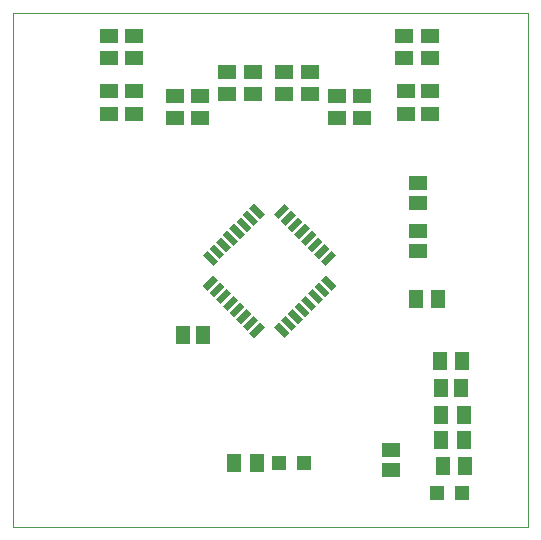
<source format=gtp>
G75*
%MOIN*%
%OFA0B0*%
%FSLAX25Y25*%
%IPPOS*%
%LPD*%
%AMOC8*
5,1,8,0,0,1.08239X$1,22.5*
%
%ADD10C,0.00000*%
%ADD11R,0.05906X0.05118*%
%ADD12R,0.05118X0.05906*%
%ADD13R,0.04724X0.04724*%
%ADD14R,0.05000X0.02200*%
%ADD15R,0.02200X0.05000*%
%ADD16R,0.05118X0.06299*%
%ADD17R,0.06299X0.05118*%
D10*
X0001800Y0001800D02*
X0001800Y0173261D01*
X0173501Y0173261D01*
X0173501Y0001800D01*
X0001800Y0001800D01*
D11*
X0127800Y0020954D03*
X0127800Y0027646D03*
X0136800Y0093954D03*
X0136800Y0100646D03*
X0136800Y0109954D03*
X0136800Y0116646D03*
D12*
X0144454Y0048300D03*
X0151146Y0048300D03*
X0065146Y0065800D03*
X0058454Y0065800D03*
D13*
X0090666Y0023300D03*
X0098934Y0023300D03*
X0143166Y0013300D03*
X0151434Y0013300D03*
D14*
G36*
X0080600Y0066566D02*
X0084134Y0070100D01*
X0085690Y0068544D01*
X0082156Y0065010D01*
X0080600Y0066566D01*
G37*
G36*
X0078373Y0068793D02*
X0081907Y0072327D01*
X0083463Y0070771D01*
X0079929Y0067237D01*
X0078373Y0068793D01*
G37*
G36*
X0076146Y0071020D02*
X0079680Y0074554D01*
X0081236Y0072998D01*
X0077702Y0069464D01*
X0076146Y0071020D01*
G37*
G36*
X0073918Y0073247D02*
X0077452Y0076781D01*
X0079008Y0075225D01*
X0075474Y0071691D01*
X0073918Y0073247D01*
G37*
G36*
X0071691Y0075474D02*
X0075225Y0079008D01*
X0076781Y0077452D01*
X0073247Y0073918D01*
X0071691Y0075474D01*
G37*
G36*
X0069464Y0077702D02*
X0072998Y0081236D01*
X0074554Y0079680D01*
X0071020Y0076146D01*
X0069464Y0077702D01*
G37*
G36*
X0067237Y0079929D02*
X0070771Y0083463D01*
X0072327Y0081907D01*
X0068793Y0078373D01*
X0067237Y0079929D01*
G37*
G36*
X0065010Y0082156D02*
X0068544Y0085690D01*
X0070100Y0084134D01*
X0066566Y0080600D01*
X0065010Y0082156D01*
G37*
G36*
X0088910Y0106056D02*
X0092444Y0109590D01*
X0094000Y0108034D01*
X0090466Y0104500D01*
X0088910Y0106056D01*
G37*
G36*
X0091137Y0103829D02*
X0094671Y0107363D01*
X0096227Y0105807D01*
X0092693Y0102273D01*
X0091137Y0103829D01*
G37*
G36*
X0093364Y0101602D02*
X0096898Y0105136D01*
X0098454Y0103580D01*
X0094920Y0100046D01*
X0093364Y0101602D01*
G37*
G36*
X0095592Y0099375D02*
X0099126Y0102909D01*
X0100682Y0101353D01*
X0097148Y0097819D01*
X0095592Y0099375D01*
G37*
G36*
X0097819Y0097148D02*
X0101353Y0100682D01*
X0102909Y0099126D01*
X0099375Y0095592D01*
X0097819Y0097148D01*
G37*
G36*
X0100046Y0094920D02*
X0103580Y0098454D01*
X0105136Y0096898D01*
X0101602Y0093364D01*
X0100046Y0094920D01*
G37*
G36*
X0102273Y0092693D02*
X0105807Y0096227D01*
X0107363Y0094671D01*
X0103829Y0091137D01*
X0102273Y0092693D01*
G37*
G36*
X0104500Y0090466D02*
X0108034Y0094000D01*
X0109590Y0092444D01*
X0106056Y0088910D01*
X0104500Y0090466D01*
G37*
D15*
G36*
X0104500Y0084134D02*
X0106056Y0085690D01*
X0109590Y0082156D01*
X0108034Y0080600D01*
X0104500Y0084134D01*
G37*
G36*
X0102273Y0081907D02*
X0103829Y0083463D01*
X0107363Y0079929D01*
X0105807Y0078373D01*
X0102273Y0081907D01*
G37*
G36*
X0100046Y0079680D02*
X0101602Y0081236D01*
X0105136Y0077702D01*
X0103580Y0076146D01*
X0100046Y0079680D01*
G37*
G36*
X0097819Y0077452D02*
X0099375Y0079008D01*
X0102909Y0075474D01*
X0101353Y0073918D01*
X0097819Y0077452D01*
G37*
G36*
X0095592Y0075225D02*
X0097148Y0076781D01*
X0100682Y0073247D01*
X0099126Y0071691D01*
X0095592Y0075225D01*
G37*
G36*
X0093364Y0072998D02*
X0094920Y0074554D01*
X0098454Y0071020D01*
X0096898Y0069464D01*
X0093364Y0072998D01*
G37*
G36*
X0091137Y0070771D02*
X0092693Y0072327D01*
X0096227Y0068793D01*
X0094671Y0067237D01*
X0091137Y0070771D01*
G37*
G36*
X0088910Y0068544D02*
X0090466Y0070100D01*
X0094000Y0066566D01*
X0092444Y0065010D01*
X0088910Y0068544D01*
G37*
G36*
X0065010Y0092444D02*
X0066566Y0094000D01*
X0070100Y0090466D01*
X0068544Y0088910D01*
X0065010Y0092444D01*
G37*
G36*
X0067237Y0094671D02*
X0068793Y0096227D01*
X0072327Y0092693D01*
X0070771Y0091137D01*
X0067237Y0094671D01*
G37*
G36*
X0069464Y0096898D02*
X0071020Y0098454D01*
X0074554Y0094920D01*
X0072998Y0093364D01*
X0069464Y0096898D01*
G37*
G36*
X0071691Y0099126D02*
X0073247Y0100682D01*
X0076781Y0097148D01*
X0075225Y0095592D01*
X0071691Y0099126D01*
G37*
G36*
X0073918Y0101353D02*
X0075474Y0102909D01*
X0079008Y0099375D01*
X0077452Y0097819D01*
X0073918Y0101353D01*
G37*
G36*
X0076146Y0103580D02*
X0077702Y0105136D01*
X0081236Y0101602D01*
X0079680Y0100046D01*
X0076146Y0103580D01*
G37*
G36*
X0078373Y0105807D02*
X0079929Y0107363D01*
X0083463Y0103829D01*
X0081907Y0102273D01*
X0078373Y0105807D01*
G37*
G36*
X0080600Y0108034D02*
X0082156Y0109590D01*
X0085690Y0106056D01*
X0084134Y0104500D01*
X0080600Y0108034D01*
G37*
D16*
X0136060Y0077800D03*
X0143540Y0077800D03*
X0144060Y0057300D03*
X0151540Y0057300D03*
X0152040Y0039300D03*
X0144560Y0039300D03*
X0144560Y0030800D03*
X0152040Y0030800D03*
X0152540Y0022300D03*
X0145060Y0022300D03*
X0083040Y0023300D03*
X0075560Y0023300D03*
D17*
X0064300Y0138060D03*
X0064300Y0145540D03*
X0055800Y0145540D03*
X0055800Y0138060D03*
X0042300Y0139560D03*
X0042300Y0147040D03*
X0033800Y0147040D03*
X0033800Y0139560D03*
X0033800Y0158060D03*
X0033800Y0165540D03*
X0042300Y0165540D03*
X0042300Y0158060D03*
X0073300Y0153540D03*
X0073300Y0146060D03*
X0081800Y0146060D03*
X0081800Y0153540D03*
X0092300Y0153540D03*
X0092300Y0146060D03*
X0100800Y0146060D03*
X0100800Y0153540D03*
X0109800Y0145540D03*
X0109800Y0138060D03*
X0118300Y0138060D03*
X0118300Y0145540D03*
X0132800Y0147040D03*
X0132800Y0139560D03*
X0140800Y0139560D03*
X0140800Y0147040D03*
X0140800Y0158060D03*
X0140800Y0165540D03*
X0132300Y0165540D03*
X0132300Y0158060D03*
M02*

</source>
